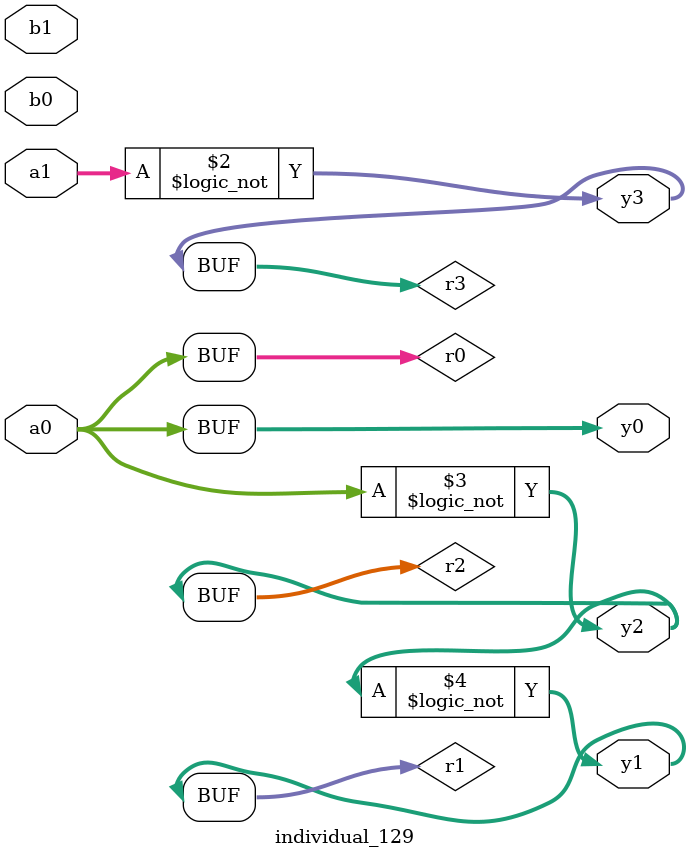
<source format=sv>
module individual_129(input logic [15:0] a1, input logic [15:0] a0, input logic [15:0] b1, input logic [15:0] b0, output logic [15:0] y3, output logic [15:0] y2, output logic [15:0] y1, output logic [15:0] y0);
logic [15:0] r0, r1, r2, r3; 
 always@(*) begin 
	 r0 = a0; r1 = a1; r2 = b0; r3 = b1; 
 	 r3 = ! r1 ;
 	 r2 = ! a0 ;
 	 r1 = ! r2 ;
 	 y3 = r3; y2 = r2; y1 = r1; y0 = r0; 
end
endmodule
</source>
